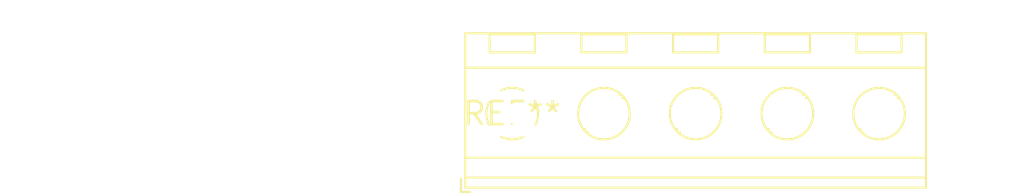
<source format=kicad_pcb>
(kicad_pcb (version 20240108) (generator pcbnew)
  (layers (0 "F.Cu" signal) (31 "B.Cu" signal) (34 "B.Paste" user) (35 "F.Paste" user) (36 "B.SilkS" user "B.Silkscreen") (37 "F.SilkS" user "F.Silkscreen") (38 "B.Mask" user) (39 "F.Mask" user) (44 "Edge.Cuts" user))
  (net 0 "")
  (footprint "TerminalBlock_RND_205-00235_1x05_P5.08mm_Horizontal" (layer "F.Cu") (at 0 0)
    (property "Reference" "REF**")
    (property "Value" "TerminalBlock_RND_205-00235_1x05_P5.08mm_Horizontal")
    (fp_line (start -2.84 3.61) (end -2.84 4.35) (layer "F.SilkS") (stroke (width 0.12)))
    (fp_line (start -2.84 4.35) (end -2.34 4.35) (layer "F.SilkS") (stroke (width 0.12)))
    (fp_line (start -2.6 -4.46) (end -2.6 4.11) (layer "F.SilkS") (stroke (width 0.12)))
    (fp_line (start -2.6 -4.46) (end 22.92 -4.46) (layer "F.SilkS") (stroke (width 0.12)))
    (fp_line (start -2.6 -2.55) (end 22.92 -2.55) (layer "F.SilkS") (stroke (width 0.12)))
    (fp_line (start -2.6 2.45) (end 22.92 2.45) (layer "F.SilkS") (stroke (width 0.12)))
    (fp_line (start -2.6 3.55) (end 22.92 3.55) (layer "F.SilkS") (stroke (width 0.12)))
    (fp_line (start -2.6 4.11) (end 22.92 4.11) (layer "F.SilkS") (stroke (width 0.12)))
    (fp_line (start -1.25 -4.4) (end -1.25 -3.4) (layer "F.SilkS") (stroke (width 0.12)))
    (fp_line (start -1.25 -4.4) (end 1.25 -4.4) (layer "F.SilkS") (stroke (width 0.12)))
    (fp_line (start -1.25 -3.4) (end 1.25 -3.4) (layer "F.SilkS") (stroke (width 0.12)))
    (fp_line (start 1.25 -4.4) (end 1.25 -3.4) (layer "F.SilkS") (stroke (width 0.12)))
    (fp_line (start 3.83 -4.4) (end 3.83 -3.4) (layer "F.SilkS") (stroke (width 0.12)))
    (fp_line (start 3.83 -4.4) (end 6.33 -4.4) (layer "F.SilkS") (stroke (width 0.12)))
    (fp_line (start 3.83 -3.4) (end 6.33 -3.4) (layer "F.SilkS") (stroke (width 0.12)))
    (fp_line (start 4.056 0.85) (end 3.996 0.91) (layer "F.SilkS") (stroke (width 0.12)))
    (fp_line (start 4.21 1.045) (end 4.17 1.085) (layer "F.SilkS") (stroke (width 0.12)))
    (fp_line (start 5.991 -1.085) (end 5.951 -1.045) (layer "F.SilkS") (stroke (width 0.12)))
    (fp_line (start 6.165 -0.91) (end 6.105 -0.851) (layer "F.SilkS") (stroke (width 0.12)))
    (fp_line (start 6.33 -4.4) (end 6.33 -3.4) (layer "F.SilkS") (stroke (width 0.12)))
    (fp_line (start 8.91 -4.4) (end 8.91 -3.4) (layer "F.SilkS") (stroke (width 0.12)))
    (fp_line (start 8.91 -4.4) (end 11.41 -4.4) (layer "F.SilkS") (stroke (width 0.12)))
    (fp_line (start 8.91 -3.4) (end 11.41 -3.4) (layer "F.SilkS") (stroke (width 0.12)))
    (fp_line (start 9.136 0.85) (end 9.076 0.91) (layer "F.SilkS") (stroke (width 0.12)))
    (fp_line (start 9.29 1.045) (end 9.25 1.085) (layer "F.SilkS") (stroke (width 0.12)))
    (fp_line (start 11.071 -1.085) (end 11.031 -1.045) (layer "F.SilkS") (stroke (width 0.12)))
    (fp_line (start 11.245 -0.91) (end 11.185 -0.851) (layer "F.SilkS") (stroke (width 0.12)))
    (fp_line (start 11.41 -4.4) (end 11.41 -3.4) (layer "F.SilkS") (stroke (width 0.12)))
    (fp_line (start 13.99 -4.4) (end 13.99 -3.4) (layer "F.SilkS") (stroke (width 0.12)))
    (fp_line (start 13.99 -4.4) (end 16.49 -4.4) (layer "F.SilkS") (stroke (width 0.12)))
    (fp_line (start 13.99 -3.4) (end 16.49 -3.4) (layer "F.SilkS") (stroke (width 0.12)))
    (fp_line (start 14.216 0.85) (end 14.156 0.91) (layer "F.SilkS") (stroke (width 0.12)))
    (fp_line (start 14.37 1.045) (end 14.33 1.085) (layer "F.SilkS") (stroke (width 0.12)))
    (fp_line (start 16.151 -1.085) (end 16.111 -1.045) (layer "F.SilkS") (stroke (width 0.12)))
    (fp_line (start 16.325 -0.91) (end 16.265 -0.851) (layer "F.SilkS") (stroke (width 0.12)))
    (fp_line (start 16.49 -4.4) (end 16.49 -3.4) (layer "F.SilkS") (stroke (width 0.12)))
    (fp_line (start 19.07 -4.4) (end 19.07 -3.4) (layer "F.SilkS") (stroke (width 0.12)))
    (fp_line (start 19.07 -4.4) (end 21.57 -4.4) (layer "F.SilkS") (stroke (width 0.12)))
    (fp_line (start 19.07 -3.4) (end 21.57 -3.4) (layer "F.SilkS") (stroke (width 0.12)))
    (fp_line (start 19.296 0.85) (end 19.236 0.91) (layer "F.SilkS") (stroke (width 0.12)))
    (fp_line (start 19.45 1.045) (end 19.41 1.085) (layer "F.SilkS") (stroke (width 0.12)))
    (fp_line (start 21.231 -1.085) (end 21.191 -1.045) (layer "F.SilkS") (stroke (width 0.12)))
    (fp_line (start 21.405 -0.91) (end 21.345 -0.851) (layer "F.SilkS") (stroke (width 0.12)))
    (fp_line (start 21.57 -4.4) (end 21.57 -3.4) (layer "F.SilkS") (stroke (width 0.12)))
    (fp_line (start 22.92 -4.46) (end 22.92 4.11) (layer "F.SilkS") (stroke (width 0.12)))
    (fp_arc (start -1.286611 0.626746) (mid -1.431146 -0.000697) (end -1.286 -0.628) (layer "F.SilkS") (stroke (width 0.12)))
    (fp_arc (start -0.627362 -1.285823) (mid -0.000201 -1.430707) (end 0.627 -1.286) (layer "F.SilkS") (stroke (width 0.12)))
    (fp_arc (start 0.02428 1.43094) (mid -0.310437 1.397071) (end -0.628 1.286) (layer "F.SilkS") (stroke (width 0.12)))
    (fp_arc (start 0.626871 1.285275) (mid 0.32168 1.393349) (end 0 1.43) (layer "F.SilkS") (stroke (width 0.12)))
    (fp_arc (start 1.285823 -0.627362) (mid 1.430707 -0.000201) (end 1.286 0.627) (layer "F.SilkS") (stroke (width 0.12)))
    (fp_circle (center 5.08 0) (end 6.51 0) (layer "F.SilkS") (stroke (width 0.12)) (fill none))
    (fp_circle (center 10.16 0) (end 11.59 0) (layer "F.SilkS") (stroke (width 0.12)) (fill none))
    (fp_circle (center 15.24 0) (end 16.67 0) (layer "F.SilkS") (stroke (width 0.12)) (fill none))
    (fp_circle (center 20.32 0) (end 21.75 0) (layer "F.SilkS") (stroke (width 0.12)) (fill none))
    (pad "1" thru_hole rect (at 0 0) (size 2.1 2.1) (drill 1.1) (layers *.Cu *.Mask) (remove_unused_layers))
    (pad "2" thru_hole circle (at 5.08 0) (size 2.1 2.1) (drill 1.1) (layers *.Cu *.Mask) (remove_unused_layers))
    (pad "3" thru_hole circle (at 10.16 0) (size 2.1 2.1) (drill 1.1) (layers *.Cu *.Mask) (remove_unused_layers))
    (pad "4" thru_hole circle (at 15.24 0) (size 2.1 2.1) (drill 1.1) (layers *.Cu *.Mask) (remove_unused_layers))
    (pad "5" thru_hole circle (at 20.32 0) (size 2.1 2.1) (drill 1.1) (layers *.Cu *.Mask) (remove_unused_layers))
  )
)
</source>
